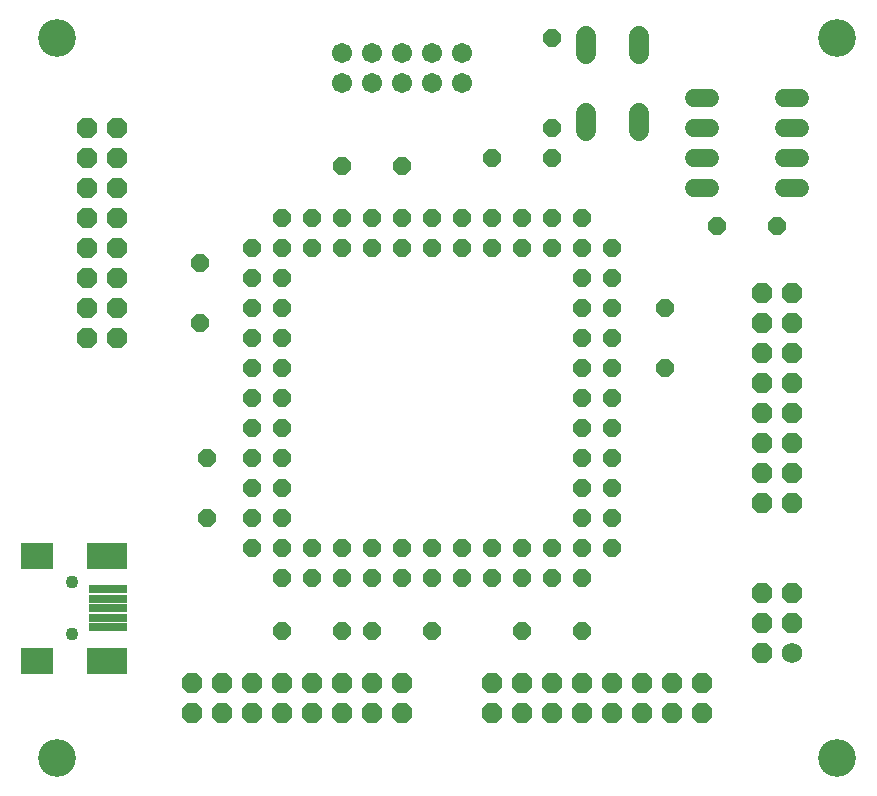
<source format=gts>
G75*
G70*
%OFA0B0*%
%FSLAX24Y24*%
%IPPOS*%
%LPD*%
%AMOC8*
5,1,8,0,0,1.08239X$1,22.5*
%
%ADD10C,0.1261*%
%ADD11C,0.0674*%
%ADD12C,0.0600*%
%ADD13C,0.0680*%
%ADD14OC8,0.0600*%
%ADD15R,0.1064X0.0867*%
%ADD16R,0.1379X0.0867*%
%ADD17R,0.1300X0.0277*%
%ADD18C,0.0434*%
%ADD19C,0.0680*%
%ADD20OC8,0.0680*%
D10*
X003680Y004680D03*
X003680Y028680D03*
X029680Y028680D03*
X029680Y004680D03*
D11*
X017180Y027180D03*
X017180Y028180D03*
X016180Y028180D03*
X016180Y027180D03*
X015180Y027180D03*
X015180Y028180D03*
X014180Y028180D03*
X014180Y027180D03*
X013180Y027180D03*
X013180Y028180D03*
D12*
X024920Y026680D02*
X025440Y026680D01*
X025440Y025680D02*
X024920Y025680D01*
X024920Y024680D02*
X025440Y024680D01*
X025440Y023680D02*
X024920Y023680D01*
X027920Y023680D02*
X028440Y023680D01*
X028440Y024680D02*
X027920Y024680D01*
X027920Y025680D02*
X028440Y025680D01*
X028440Y026680D02*
X027920Y026680D01*
D13*
X023070Y026200D02*
X023070Y025600D01*
X021290Y025600D02*
X021290Y026200D01*
X021290Y028160D02*
X021290Y028760D01*
X023070Y028760D02*
X023070Y028160D01*
D14*
X020180Y028680D03*
X020180Y025680D03*
X020180Y024680D03*
X020180Y022680D03*
X020180Y021680D03*
X019180Y021680D03*
X019180Y022680D03*
X018180Y022680D03*
X018180Y021680D03*
X017180Y021680D03*
X017180Y022680D03*
X016180Y022680D03*
X016180Y021680D03*
X015180Y021680D03*
X015180Y022680D03*
X014180Y022680D03*
X014180Y021680D03*
X013180Y021680D03*
X013180Y022680D03*
X012180Y022680D03*
X012180Y021680D03*
X011180Y021680D03*
X011180Y020680D03*
X011180Y019680D03*
X011180Y018680D03*
X011180Y017680D03*
X011180Y016680D03*
X011180Y015680D03*
X011180Y014680D03*
X011180Y013680D03*
X011180Y012680D03*
X011180Y011680D03*
X011180Y010680D03*
X012180Y010680D03*
X012180Y011680D03*
X013180Y011680D03*
X013180Y010680D03*
X014180Y010680D03*
X014180Y011680D03*
X015180Y011680D03*
X015180Y010680D03*
X016180Y010680D03*
X016180Y011680D03*
X017180Y011680D03*
X017180Y010680D03*
X018180Y010680D03*
X018180Y011680D03*
X019180Y011680D03*
X019180Y010680D03*
X020180Y010680D03*
X020180Y011680D03*
X021180Y011680D03*
X021180Y010680D03*
X022180Y011680D03*
X022180Y012680D03*
X022180Y013680D03*
X022180Y014680D03*
X022180Y015680D03*
X022180Y016680D03*
X022180Y017680D03*
X022180Y018680D03*
X022180Y019680D03*
X022180Y020680D03*
X022180Y021680D03*
X021180Y021680D03*
X021180Y020680D03*
X021180Y019680D03*
X021180Y018680D03*
X021180Y017680D03*
X021180Y016680D03*
X021180Y015680D03*
X021180Y014680D03*
X021180Y013680D03*
X021180Y012680D03*
X021180Y008930D03*
X019180Y008930D03*
X016180Y008930D03*
X014180Y008930D03*
X013180Y008930D03*
X011180Y008930D03*
X010180Y011680D03*
X010180Y012680D03*
X010180Y013680D03*
X010180Y014680D03*
X010180Y015680D03*
X010180Y016680D03*
X010180Y017680D03*
X010180Y018680D03*
X010180Y019680D03*
X010180Y020680D03*
X010180Y021680D03*
X011180Y022680D03*
X013180Y024430D03*
X015180Y024430D03*
X018180Y024680D03*
X021180Y022680D03*
X023930Y019680D03*
X023930Y017680D03*
X025680Y022430D03*
X027680Y022430D03*
X008680Y014680D03*
X008680Y012680D03*
X008430Y019180D03*
X008430Y021180D03*
D15*
X002999Y011432D03*
X002999Y007928D03*
D16*
X005322Y007928D03*
X005322Y011432D03*
D17*
X005361Y010310D03*
X005361Y009995D03*
X005361Y009680D03*
X005361Y009365D03*
X005361Y009050D03*
D18*
X004180Y008814D03*
X004180Y010546D03*
D19*
X028180Y008180D03*
D20*
X028180Y009180D03*
X028180Y010180D03*
X027180Y010180D03*
X027180Y009180D03*
X027180Y008180D03*
X025180Y007180D03*
X025180Y006180D03*
X024180Y006180D03*
X024180Y007180D03*
X023180Y007180D03*
X023180Y006180D03*
X022180Y006180D03*
X022180Y007180D03*
X021180Y007180D03*
X021180Y006180D03*
X020180Y006180D03*
X020180Y007180D03*
X019180Y007180D03*
X019180Y006180D03*
X018180Y006180D03*
X018180Y007180D03*
X015180Y007180D03*
X015180Y006180D03*
X014180Y006180D03*
X014180Y007180D03*
X013180Y007180D03*
X013180Y006180D03*
X012180Y006180D03*
X012180Y007180D03*
X011180Y007180D03*
X011180Y006180D03*
X010180Y006180D03*
X010180Y007180D03*
X009180Y007180D03*
X009180Y006180D03*
X008180Y006180D03*
X008180Y007180D03*
X005680Y018680D03*
X005680Y019680D03*
X005680Y020680D03*
X005680Y021680D03*
X005680Y022680D03*
X005680Y023680D03*
X005680Y024680D03*
X005680Y025680D03*
X004680Y025680D03*
X004680Y024680D03*
X004680Y023680D03*
X004680Y022680D03*
X004680Y021680D03*
X004680Y020680D03*
X004680Y019680D03*
X004680Y018680D03*
X027180Y018180D03*
X027180Y017180D03*
X027180Y016180D03*
X027180Y015180D03*
X027180Y014180D03*
X027180Y013180D03*
X028180Y013180D03*
X028180Y014180D03*
X028180Y015180D03*
X028180Y016180D03*
X028180Y017180D03*
X028180Y018180D03*
X028180Y019180D03*
X028180Y020180D03*
X027180Y020180D03*
X027180Y019180D03*
M02*

</source>
